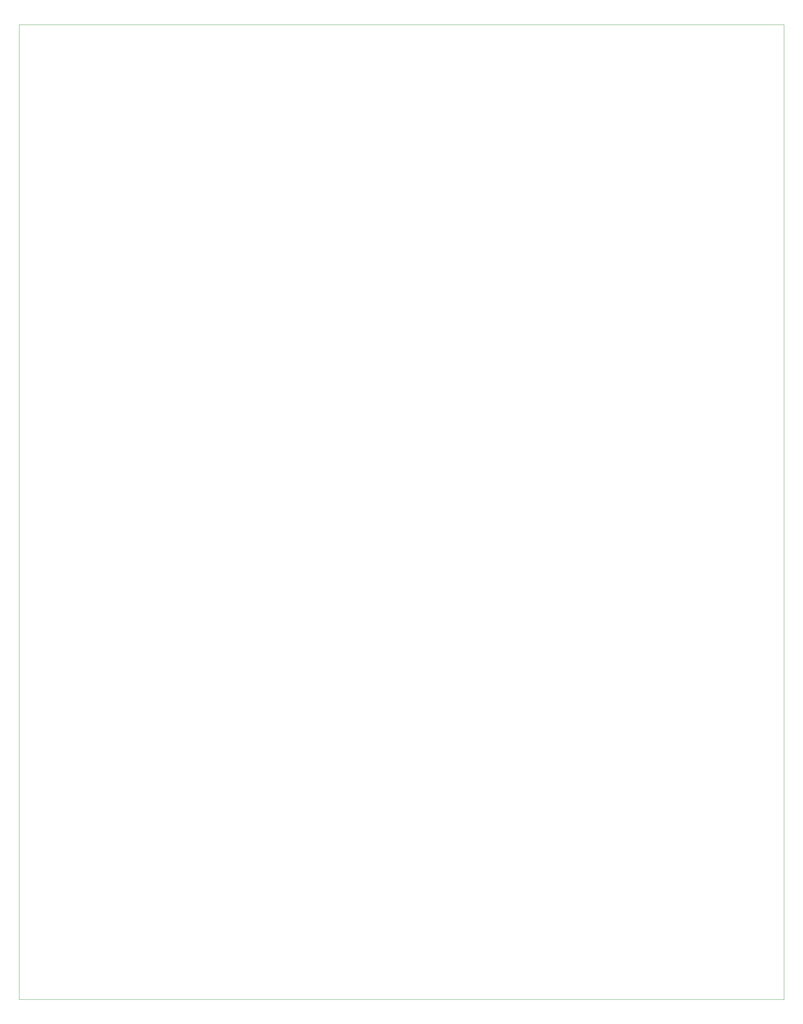
<source format=gm1>
G04 #@! TF.GenerationSoftware,KiCad,Pcbnew,(5.1.4)-1*
G04 #@! TF.CreationDate,2019-11-12T14:47:24+09:00*
G04 #@! TF.ProjectId,doubleRocketInterfacingUnit,646f7562-6c65-4526-9f63-6b6574496e74,rev?*
G04 #@! TF.SameCoordinates,Original*
G04 #@! TF.FileFunction,Profile,NP*
%FSLAX46Y46*%
G04 Gerber Fmt 4.6, Leading zero omitted, Abs format (unit mm)*
G04 Created by KiCad (PCBNEW (5.1.4)-1) date 2019-11-12 14:47:24*
%MOMM*%
%LPD*%
G04 APERTURE LIST*
%ADD10C,0.050000*%
G04 APERTURE END LIST*
D10*
X15320000Y-115500000D02*
X15320000Y-370500000D01*
X215320000Y-115500000D02*
X15320000Y-115500000D01*
X215320000Y-370500000D02*
X215320000Y-115500000D01*
X15320000Y-370500000D02*
X215320000Y-370500000D01*
M02*

</source>
